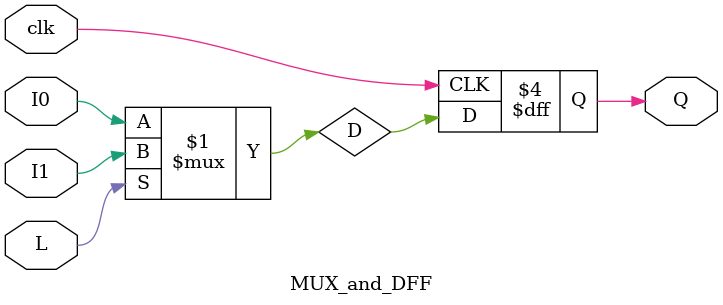
<source format=v>
module hw2_1 (
    input [2:0] R,
    input L,
    input clk,
    output [2:0] Qout // Q
    );
    wire w1 = Qout[2]^Qout[1];
    MUX_and_DFF M1(L, Qout[2], R[0], clk, Qout[0]);
    MUX_and_DFF M2(L, Qout[0], R[1], clk, Qout[1]);
    MUX_and_DFF M3(L, w1, R[2], clk, Qout[2]);
endmodule


module MUX_and_DFF(input L, I0, I1, clk, output reg Q);
    wire D;
    assign D = L ? I1 : I0; //MUX
    initial Q = 0;
    always@(posedge clk)    //D flip-flop
    begin
        Q = D;
    end
endmodule





</source>
